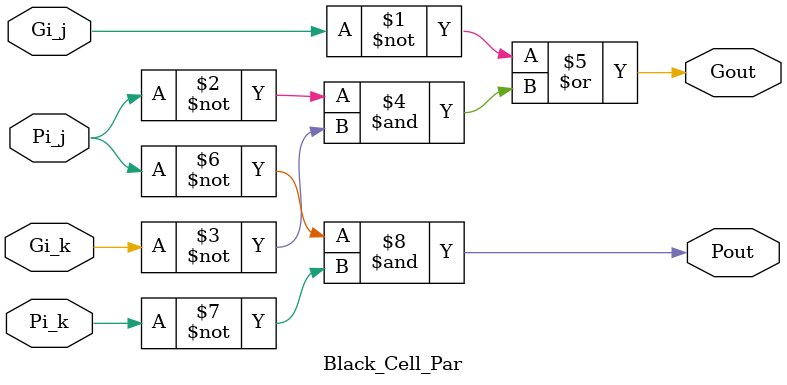
<source format=v>


module Black_Cell_Par ( 
	input wire Gi_j, Pi_j, Gi_k, Pi_k,
	output wire Gout, Pout
);
	assign Gout = ~Gi_j | (~Pi_j & ~Gi_k);
	assign Pout = ~Pi_j & ~Pi_k;
endmodule

</source>
